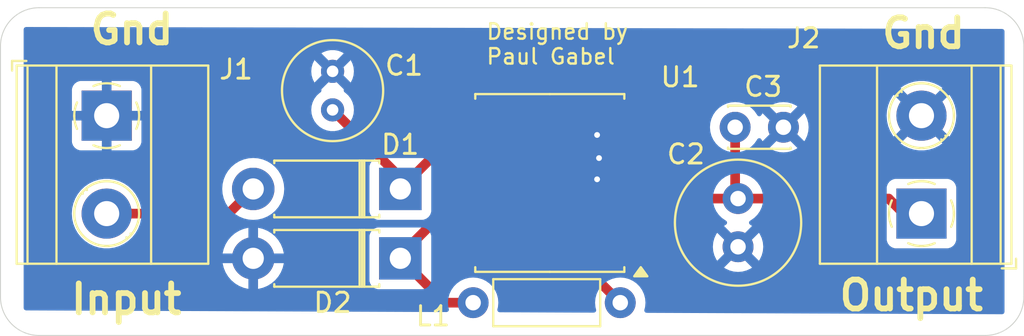
<source format=kicad_pcb>
(kicad_pcb (version 20240108) (generator "pcbnew") (generator_version "8.0")
  (layers (0 "F.Cu" signal) (31 "B.Cu" power) (34 "B.Paste" user) (35 "F.Paste" user) (36 "B.SilkS" user "B.Silkscreen") (37 "F.SilkS" user "F.Silkscreen") (38 "B.Mask" user) (39 "F.Mask" user) (44 "Edge.Cuts" user))
  (net 0 "")
  (net 1 "GND")
  (net 2 "/output")
  (net 3 "/input")
  (net 4 "/Vin")
  (net 5 "/rawout")
  (footprint "Capacitor_THT:C_Radial_D5.0mm_H5.0mm_P2.00mm" (layer "F.Cu") (at 119.2 86.8 90)
    (property "Reference" "C1" (at 2.3 3.7 0) (layer "F.SilkS"))
    (property "Value" "22uF" (hide yes))
    (fp_circle (center 1 0) (end 3.62 0) (stroke (width 0.12)) (fill none) (layer "F.SilkS"))
    (pad "1" thru_hole circle (at 0 0 90) (size 1.2 1.2) (drill 0.6) (layers "*.Cu" "*.Mask") (net 4 "/Vin"))
    (pad "2" thru_hole circle (at 2 0 90) (size 1.2 1.2) (drill 0.6) (layers "*.Cu" "*.Mask") (net 1 "GND"))
  )
  (footprint "Capacitor_THT:C_Radial_D6.3mm_H11.0mm_P2.50mm" (layer "F.Cu") (at 140.2 91.4 -90)
    (property "Reference" "C2" (at -2.3 2.7 0) (layer "F.SilkS"))
    (property "Value" "220uF" (hide yes))
    (fp_circle (center 1.25 0) (end 4.52 0) (stroke (width 0.12)) (fill none) (layer "F.SilkS"))
    (pad "1" thru_hole circle (at 0 0 270) (size 1.6 1.6) (drill 0.8) (layers "*.Cu" "*.Mask") (net 2 "/output"))
    (pad "2" thru_hole circle (at 2.5 0 270) (size 1.6 1.6) (drill 0.8) (layers "*.Cu" "*.Mask") (net 1 "GND"))
  )
  (footprint "Diode_THT:D_DO-41_SOD81_P7.62mm_Horizontal" (layer "F.Cu") (at 122.71 94.5 180)
    (property "Reference" "D2" (at 3.51 -2.3 0) (layer "F.SilkS"))
    (property "Value" "11DQ05" (hide yes))
    (fp_line (start 6.53 1.47) (end 6.53 1.34) (stroke (width 0.12)) (layer "F.SilkS"))
    (fp_line (start 6.53 -1.47) (end 6.53 -1.34) (stroke (width 0.12)) (layer "F.SilkS"))
    (fp_line (start 2.11 -1.47) (end 2.11 1.47) (stroke (width 0.12)) (layer "F.SilkS"))
    (fp_line (start 1.99 -1.47) (end 1.99 1.47) (stroke (width 0.12)) (layer "F.SilkS"))
    (fp_line (start 1.87 -1.47) (end 1.87 1.47) (stroke (width 0.12)) (layer "F.SilkS"))
    (fp_line (start 1.09 1.47) (end 6.53 1.47) (stroke (width 0.12)) (layer "F.SilkS"))
    (fp_line (start 1.09 1.34) (end 1.09 1.47) (stroke (width 0.12)) (layer "F.SilkS"))
    (fp_line (start 1.09 -1.34) (end 1.09 -1.47) (stroke (width 0.12)) (layer "F.SilkS"))
    (fp_line (start 1.09 -1.47) (end 6.53 -1.47) (stroke (width 0.12)) (layer "F.SilkS"))
    (pad "1" thru_hole rect (at 0 0 180) (size 2.2 2.2) (drill 1.1) (layers "*.Cu" "*.Mask") (net 5 "/rawout"))
    (pad "2" thru_hole oval (at 7.62 0 180) (size 2.2 2.2) (drill 1.1) (layers "*.Cu" "*.Mask") (net 1 "GND"))
  )
  (footprint "Package_SO:SOIC-14W_7.5x9mm_P1.27mm" (layer "F.Cu") (at 130.45 90.59 180)
    (property "Reference" "U1" (at -6.75 5.49 0) (layer "F.SilkS"))
    (property "Value" "LM2574M-3.3" (hide yes))
    (fp_line (start 3.86 4.61) (end 3.86 4.37) (stroke (width 0.12)) (layer "F.SilkS"))
    (fp_line (start 3.86 -4.61) (end 3.86 -4.37) (stroke (width 0.12)) (layer "F.SilkS"))
    (fp_line (start 0 4.61) (end 3.86 4.61) (stroke (width 0.12)) (layer "F.SilkS"))
    (fp_line (start 0 4.61) (end -3.86 4.61) (stroke (width 0.12)) (layer "F.SilkS"))
    (fp_line (start 0 -4.61) (end 3.86 -4.61) (stroke (width 0.12)) (layer "F.SilkS"))
    (fp_line (start 0 -4.61) (end -3.86 -4.61) (stroke (width 0.12)) (layer "F.SilkS"))
    (fp_line (start -3.86 4.61) (end -3.86 4.37) (stroke (width 0.12)) (layer "F.SilkS"))
    (fp_line (start -3.86 -4.61) (end -3.86 -4.37) (stroke (width 0.12)) (layer "F.SilkS"))
    (fp_poly (pts (xy -4.7125 -4.37) (xy -5.0525 -4.84) (xy -4.3725 -4.84) (xy -4.7125 -4.37)) (stroke (width 0.12)) (fill solid) (layer "F.SilkS"))
    (pad "1" smd roundrect (at -4.65 -3.81 180) (size 2.05 0.6) (layers "F.Cu" "F.Paste" "F.Mask"))
    (pad "2" smd roundrect (at -4.65 -2.54 180) (size 2.05 0.6) (layers "F.Cu" "F.Paste" "F.Mask"))
    (pad "3" smd roundrect (at -4.65 -1.27 180) (size 2.05 0.6) (layers "F.Cu" "F.Paste" "F.Mask") (net 2 "/output"))
    (pad "4" smd roundrect (at -4.65 0 180) (size 2.05 0.6) (layers "F.Cu" "F.Paste" "F.Mask") (net 1 "GND"))
    (pad "5" smd roundrect (at -4.65 1.27 180) (size 2.05 0.6) (layers "F.Cu" "F.Paste" "F.Mask") (net 1 "GND"))
    (pad "6" smd roundrect (at -4.65 2.54 180) (size 2.05 0.6) (layers "F.Cu" "F.Paste" "F.Mask") (net 1 "GND"))
    (pad "7" smd roundrect (at -4.65 3.81 180) (size 2.05 0.6) (layers "F.Cu" "F.Paste" "F.Mask"))
    (pad "8" smd roundrect (at 4.65 3.81 180) (size 2.05 0.6) (layers "F.Cu" "F.Paste" "F.Mask"))
    (pad "9" smd roundrect (at 4.65 2.54 180) (size 2.05 0.6) (layers "F.Cu" "F.Paste" "F.Mask"))
    (pad "10" smd roundrect (at 4.65 1.27 180) (size 2.05 0.6) (layers "F.Cu" "F.Paste" "F.Mask") (net 4 "/Vin"))
    (pad "11" smd roundrect (at 4.65 0 180) (size 2.05 0.6) (layers "F.Cu" "F.Paste" "F.Mask"))
    (pad "12" smd roundrect (at 4.65 -1.27 180) (size 2.05 0.6) (layers "F.Cu" "F.Paste" "F.Mask") (net 5 "/rawout"))
    (pad "13" smd roundrect (at 4.65 -2.54 180) (size 2.05 0.6) (layers "F.Cu" "F.Paste" "F.Mask"))
    (pad "14" smd roundrect (at 4.65 -3.81 180) (size 2.05 0.6) (layers "F.Cu" "F.Paste" "F.Mask"))
  )
  (footprint "Capacitor_THT:C_Disc_D3.0mm_W2.0mm_P2.50mm" (layer "F.Cu") (at 140.05 87.7)
    (property "Reference" "C3" (at 1.45 -2.1 180) (layer "F.SilkS"))
    (property "Value" "0.1uF" (hide yes))
    (fp_line (start -0.37 -1.12) (end -0.37 -1.055) (stroke (width 0.12)) (layer "F.SilkS"))
    (fp_line (start -0.37 -1.12) (end 2.87 -1.12) (stroke (width 0.12)) (layer "F.SilkS"))
    (fp_line (start -0.37 1.055) (end -0.37 1.12) (stroke (width 0.12)) (layer "F.SilkS"))
    (fp_line (start -0.37 1.12) (end 2.87 1.12) (stroke (width 0.12)) (layer "F.SilkS"))
    (fp_line (start 2.87 -1.12) (end 2.87 -1.055) (stroke (width 0.12)) (layer "F.SilkS"))
    (fp_line (start 2.87 1.055) (end 2.87 1.12) (stroke (width 0.12)) (layer "F.SilkS"))
    (pad "1" thru_hole circle (at 0 0) (size 1.6 1.6) (drill 0.8) (layers "*.Cu" "*.Mask") (net 2 "/output"))
    (pad "2" thru_hole circle (at 2.5 0) (size 1.6 1.6) (drill 0.8) (layers "*.Cu" "*.Mask") (net 1 "GND"))
  )
  (footprint "Diode_THT:D_DO-41_SOD81_P7.62mm_Horizontal" (layer "F.Cu") (at 122.71 90.9 180)
    (property "Reference" "D1" (at 0.01 2.3 180) (layer "F.SilkS"))
    (property "Value" "11DQ05" (hide yes))
    (fp_line (start 6.53 1.47) (end 6.53 1.34) (stroke (width 0.12)) (layer "F.SilkS"))
    (fp_line (start 6.53 -1.47) (end 6.53 -1.34) (stroke (width 0.12)) (layer "F.SilkS"))
    (fp_line (start 2.11 -1.47) (end 2.11 1.47) (stroke (width 0.12)) (layer "F.SilkS"))
    (fp_line (start 1.99 -1.47) (end 1.99 1.47) (stroke (width 0.12)) (layer "F.SilkS"))
    (fp_line (start 1.87 -1.47) (end 1.87 1.47) (stroke (width 0.12)) (layer "F.SilkS"))
    (fp_line (start 1.09 1.47) (end 6.53 1.47) (stroke (width 0.12)) (layer "F.SilkS"))
    (fp_line (start 1.09 1.34) (end 1.09 1.47) (stroke (width 0.12)) (layer "F.SilkS"))
    (fp_line (start 1.09 -1.34) (end 1.09 -1.47) (stroke (width 0.12)) (layer "F.SilkS"))
    (fp_line (start 1.09 -1.47) (end 6.53 -1.47) (stroke (width 0.12)) (layer "F.SilkS"))
    (pad "1" thru_hole rect (at 0 0 180) (size 2.2 2.2) (drill 1.1) (layers "*.Cu" "*.Mask") (net 4 "/Vin"))
    (pad "2" thru_hole oval (at 7.62 0 180) (size 2.2 2.2) (drill 1.1) (layers "*.Cu" "*.Mask") (net 3 "/input"))
  )
  (footprint "Inductor_THT:L_Axial_L5.3mm_D2.2mm_P7.62mm_Horizontal_Vishay_IM-1" (layer "F.Cu") (at 134.1 96.8 180)
    (property "Reference" "L1" (at 9.7 -0.7 180) (layer "F.SilkS"))
    (property "Value" "330uH" (hide yes))
    (fp_line (start 6.58 1.22) (end 6.58 -1.22) (stroke (width 0.12)) (layer "F.SilkS"))
    (fp_line (start 6.58 -1.22) (end 1.04 -1.22) (stroke (width 0.12)) (layer "F.SilkS"))
    (fp_line (start 1.04 1.22) (end 6.58 1.22) (stroke (width 0.12)) (layer "F.SilkS"))
    (fp_line (start 1.04 -1.22) (end 1.04 1.22) (stroke (width 0.12)) (layer "F.SilkS"))
    (pad "1" thru_hole circle (at 0 0 180) (size 1.6 1.6) (drill 0.8) (layers "*.Cu" "*.Mask") (net 2 "/output"))
    (pad "2" thru_hole oval (at 7.62 0 180) (size 1.6 1.6) (drill 0.8) (layers "*.Cu" "*.Mask") (net 5 "/rawout"))
  )
  (footprint "TerminalBlock_Phoenix:TerminalBlock_Phoenix_MKDS-1,5-2-5.08_1x02_P5.08mm_Horizontal" (layer "F.Cu") (at 149.7 92.18 90)
    (property "Reference" "J2" (at 9.1 -6.1 180) (layer "F.SilkS"))
    (property "Value" "Screw_Terminal_01x02" (hide yes))
    (fp_line (start 7.68 -5.261) (end 7.68 4.66) (stroke (width 0.12)) (layer "F.SilkS"))
    (fp_line (start -2.6 -5.261) (end 7.68 -5.261) (stroke (width 0.12)) (layer "F.SilkS"))
    (fp_line (start -2.6 -5.261) (end -2.6 4.66) (stroke (width 0.12)) (layer "F.SilkS"))
    (fp_line (start -2.6 -2.301) (end 7.68 -2.301) (stroke (width 0.12)) (layer "F.SilkS"))
    (fp_line (start 6.15 -1.275) (end 6.115 -1.239) (stroke (width 0.12)) (layer "F.SilkS"))
    (fp_line (start 6.355 -1.069) (end 6.308 -1.023) (stroke (width 0.12)) (layer "F.SilkS"))
    (fp_line (start 3.853 1.023) (end 3.806 1.069) (stroke (width 0.12)) (layer "F.SilkS"))
    (fp_line (start 4.046 1.239) (end 4.011 1.274) (stroke (width 0.12)) (layer "F.SilkS"))
    (fp_line (start -2.6 2.6) (end 7.68 2.6) (stroke (width 0.12)) (layer "F.SilkS"))
    (fp_line (start -2.6 4.1) (end 7.68 4.1) (stroke (width 0.12)) (layer "F.SilkS"))
    (fp_line (start -2.84 4.16) (end -2.84 4.9) (stroke (width 0.12)) (layer "F.SilkS"))
    (fp_line (start -2.6 4.66) (end 7.68 4.66) (stroke (width 0.12)) (layer "F.SilkS"))
    (fp_line (start -2.84 4.9) (end -2.34 4.9) (stroke (width 0.12)) (layer "F.SilkS"))
    (fp_arc (start -0.683042 -1.535427) (mid 0.000524 -1.680501) (end 0.684 -1.535) (stroke (width 0.12)) (layer "F.SilkS"))
    (fp_arc (start 1.535427 -0.683042) (mid 1.680501 0.000524) (end 1.535 0.684) (stroke (width 0.12)) (layer "F.SilkS"))
    (fp_arc (start -1.535427 0.683042) (mid -1.680501 -0.000524) (end -1.535 -0.684) (stroke (width 0.12)) (layer "F.SilkS"))
    (fp_arc (start 0.683318 1.534756) (mid 0.349292 1.643288) (end 0 1.68) (stroke (width 0.12)) (layer "F.SilkS"))
    (fp_arc (start 0.028805 1.680253) (mid -0.335551 1.646659) (end -0.684 1.535) (stroke (width 0.12)) (layer "F.SilkS"))
    (fp_circle (center 5.08 0) (end 6.76 0) (stroke (width 0.12)) (fill none) (layer "F.SilkS"))
    (pad "1" thru_hole rect (at 0 0 90) (size 2.6 2.6) (drill 1.3) (layers "*.Cu" "*.Mask") (net 2 "/output"))
    (pad "2" thru_hole circle (at 5.08 0 90) (size 2.6 2.6) (drill 1.3) (layers "*.Cu" "*.Mask") (net 1 "GND"))
  )
  (footprint "TerminalBlock_Phoenix:TerminalBlock_Phoenix_MKDS-1,5-2-5.08_1x02_P5.08mm_Horizontal" (layer "F.Cu") (at 107.5 87.1 -90)
    (property "Reference" "J1" (hide yes))
    (property "Value" "Screw_Terminal_01x02" (hide yes))
    (fp_line (start -2.84 4.9) (end -2.34 4.9) (stroke (width 0.12)) (layer "F.SilkS"))
    (fp_line (start -2.6 4.66) (end 7.68 4.66) (stroke (width 0.12)) (layer "F.SilkS"))
    (fp_line (start -2.84 4.16) (end -2.84 4.9) (stroke (width 0.12)) (layer "F.SilkS"))
    (fp_line (start -2.6 4.1) (end 7.68 4.1) (stroke (width 0.12)) (layer "F.SilkS"))
    (fp_line (start -2.6 2.6) (end 7.68 2.6) (stroke (width 0.12)) (layer "F.SilkS"))
    (fp_line (start 4.046 1.239) (end 4.011 1.274) (stroke (width 0.12)) (layer "F.SilkS"))
    (fp_line (start 3.853 1.023) (end 3.806 1.069) (stroke (width 0.12)) (layer "F.SilkS"))
    (fp_line (start 6.355 -1.069) (end 6.308 -1.023) (stroke (width 0.12)) (layer "F.SilkS"))
    (fp_line (start 6.15 -1.275) (end 6.115 -1.239) (stroke (width 0.12)) (layer "F.SilkS"))
    (fp_line (start -2.6 -2.301) (end 7.68 -2.301) (stroke (width 0.12)) (layer "F.SilkS"))
    (fp_line (start -2.6 -5.261) (end -2.6 4.66) (stroke (width 0.12)) (layer "F.SilkS"))
    (fp_line (start -2.6 -5.261) (end 7.68 -5.261) (stroke (width 0.12)) (layer "F.SilkS"))
    (fp_line (start 7.68 -5.261) (end 7.68 4.66) (stroke (width 0.12)) (layer "F.SilkS"))
    (fp_arc (start 0.028805 1.680253) (mid -0.335551 1.646659) (end -0.684 1.535) (stroke (width 0.12)) (layer "F.SilkS"))
    (fp_arc (start 0.683318 1.534756) (mid 0.349292 1.643288) (end 0 1.68) (stroke (width 0.12)) (layer "F.SilkS"))
    (fp_arc (start -1.535427 0.683042) (mid -1.680501 -0.000524) (end -1.535 -0.684) (stroke (width 0.12)) (layer "F.SilkS"))
    (fp_arc (start 1.535427 -0.683042) (mid 1.680501 0.000524) (end 1.535 0.684) (stroke (width 0.12)) (layer "F.SilkS"))
    (fp_arc (start -0.683042 -1.535427) (mid 0.000524 -1.680501) (end 0.684 -1.535) (stroke (width 0.12)) (layer "F.SilkS"))
    (fp_circle (center 5.08 0) (end 6.76 0) (stroke (width 0.12)) (fill none) (layer "F.SilkS"))
    (fp_text user "${REFERENCE}" (at -2.4 -6.7 0) (layer "F.SilkS"))
    (pad "1" thru_hole rect (at 0 0 270) (size 2.6 2.6) (drill 1.3) (layers "*.Cu" "*.Mask") (net 1 "GND"))
    (pad "2" thru_hole circle (at 5.08 0 270) (size 2.6 2.6) (drill 1.3) (layers "*.Cu" "*.Mask") (net 3 "/input"))
  )
  (gr_arc (start 152.999986 81.5) (mid 154.414209 82.085781) (end 154.999986 83.5) (stroke (width 0.05)) (layer "Edge.Cuts"))
  (gr_line (start 104 98.5) (end 153 98.5) (stroke (width 0.05)) (layer "Edge.Cuts"))
  (gr_arc (start 102.000014 83.500014) (mid 102.585796 82.085796) (end 104.000014 81.500014) (stroke (width 0.05)) (layer "Edge.Cuts"))
  (gr_arc (start 104 98.5) (mid 102.585786 97.914214) (end 102 96.5) (stroke (width 0.05)) (layer "Edge.Cuts"))
  (gr_line (start 104.000014 81.500014) (end 152.999986 81.5) (stroke (width 0.05)) (layer "Edge.Cuts"))
  (gr_arc (start 155 96.5) (mid 154.414214 97.914214) (end 153 98.5) (stroke (width 0.05)) (layer "Edge.Cuts"))
  (gr_line (start 155 96.5) (end 154.999986 83.5) (stroke (width 0.05)) (layer "Edge.Cuts"))
  (gr_line (start 102 96.5) (end 102.000014 83.500014) (stroke (width 0.05)) (layer "Edge.Cuts"))
  (gr_text "Designed by \nPaul Gabel" (at 127.1 84.5 0) (layer "F.SilkS") (effects (font (size 0.8 0.8) (thickness 0.125) (bold yes)) (justify left bottom)))
  (gr_text "Gnd" (at 106.5 83.5 0) (layer "F.SilkS") (effects (font (size 1.5 1.5) (thickness 0.3) (bold yes)) (justify left bottom)))
  (gr_text "Gnd" (at 147.5 83.7 0) (layer "F.SilkS") (effects (font (size 1.5 1.5) (thickness 0.3) (bold yes)) (justify left bottom)))
  (gr_text "Output" (at 145.3 97.3 0) (layer "F.SilkS") (effects (font (size 1.5 1.5) (thickness 0.3) (bold yes)) (justify left bottom)))
  (gr_text "Input" (at 105.5 97.5 0) (layer "F.SilkS") (effects (font (size 1.5 1.5) (thickness 0.3) (bold yes)) (justify left bottom)))
  (via (at 133 89.3) (size 0.7) (drill 0.3) (layers "F.Cu" "B.Cu") (net 1))
  (via (at 132.9 88.1) (size 0.7) (drill 0.3) (layers "F.Cu" "B.Cu") (net 1))
  (via (at 132.9 90.4) (size 0.7) (drill 0.3) (layers "F.Cu" "B.Cu") (net 1))
  (segment (start 133.74 91.86) (end 135.1 91.86) (width 0.5) (layer "F.Cu") (net 2))
  (segment (start 132.4 95.1) (end 132.4 93.2) (width 0.5) (layer "F.Cu") (net 2))
  (segment (start 137.2 91.4) (end 140.2 91.4) (width 0.5) (layer "F.Cu") (net 2))
  (segment (start 136.74 91.86) (end 137.2 91.4) (width 0.5) (layer "F.Cu") (net 2))
  (segment (start 140.2 91.4) (end 148 91.4) (width 0.5) (layer "F.Cu") (net 2))
  (segment (start 140.05 87.7) (end 140.05 91.25) (width 0.5) (layer "F.Cu") (net 2))
  (segment (start 135.1 91.86) (end 136.74 91.86) (width 0.5) (layer "F.Cu") (net 2))
  (segment (start 140.05 91.25) (end 140.2 91.4) (width 0.5) (layer "F.Cu") (net 2))
  (segment (start 134.1 96.8) (end 132.4 95.1) (width 0.5) (layer "F.Cu") (net 2))
  (segment (start 148.78 92.18) (end 149.7 92.18) (width 0.5) (layer "F.Cu") (net 2))
  (segment (start 148 91.4) (end 148.78 92.18) (width 0.5) (layer "F.Cu") (net 2))
  (segment (start 132.4 93.2) (end 133.74 91.86) (width 0.5) (layer "F.Cu") (net 2))
  (segment (start 113.81 92.18) (end 115.09 90.9) (width 0.5) (layer "F.Cu") (net 3))
  (segment (start 107.5 92.18) (end 113.81 92.18) (width 0.5) (layer "F.Cu") (net 3))
  (segment (start 122.71 90.31) (end 122.71 90.9) (width 0.5) (layer "F.Cu") (net 4))
  (segment (start 125.8 89.32) (end 124.29 89.32) (width 0.5) (layer "F.Cu") (net 4))
  (segment (start 119.2 86.8) (end 122.71 90.31) (width 0.5) (layer "F.Cu") (net 4))
  (segment (start 124.29 89.32) (end 122.71 90.9) (width 0.5) (layer "F.Cu") (net 4))
  (segment (start 122.71 94.5) (end 122.71 94.342316) (width 0.5) (layer "F.Cu") (net 5))
  (segment (start 122.71 94.5) (end 125.01 96.8) (width 0.5) (layer "F.Cu") (net 5))
  (segment (start 122.71 94.342316) (end 125.192316 91.86) (width 0.5) (layer "F.Cu") (net 5))
  (segment (start 125.192316 91.86) (end 125.8 91.86) (width 0.5) (layer "F.Cu") (net 5))
  (segment (start 125.01 96.8) (end 126.48 96.8) (width 0.5) (layer "F.Cu") (net 5))
  (zone (net 1) (net_name "GND") (layer "F.Cu") (connect_pads (clearance 0.5)) (min_thickness 0.25) (fill yes (thermal_gap 0.5) (thermal_bridge_width 0.5))
    (polygon (pts (xy 136.2 87.7) (xy 136.2 90.9) (xy 132.4 90.9) (xy 132.4 87.7)))
  )
  (zone (net 1) (net_name "GND") (layer "B.Cu") (priority 7) (connect_pads (clearance 0.5)) (min_thickness 0.25) (fill yes (thermal_gap 0.5) (thermal_bridge_width 0.5))
    (polygon (pts (xy 103.2 82.5) (xy 154 82.6) (xy 154 97.4) (xy 103.2 97.2)))
  )
)
</source>
